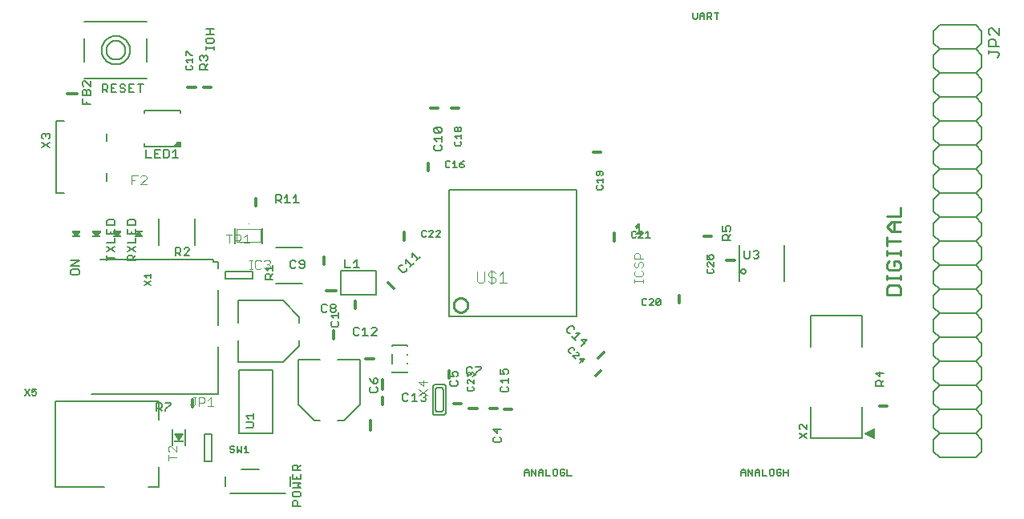
<source format=gbr>
G04 EAGLE Gerber RS-274X export*
G75*
%MOMM*%
%FSLAX34Y34*%
%LPD*%
%INSilkscreen Top*%
%IPPOS*%
%AMOC8*
5,1,8,0,0,1.08239X$1,22.5*%
G01*
%ADD10C,0.152400*%
%ADD11C,0.203200*%
%ADD12C,0.254000*%
%ADD13C,0.101600*%
%ADD14C,0.304800*%
%ADD15R,0.889000X0.190500*%
%ADD16R,1.000000X0.200000*%
%ADD17C,0.177800*%
%ADD18C,0.127000*%
%ADD19C,0.076200*%
%ADD20C,0.010000*%
%ADD21C,0.075000*%

G36*
X864261Y82966D02*
X864261Y82966D01*
X864361Y82969D01*
X864372Y82974D01*
X864385Y82975D01*
X864476Y83016D01*
X864568Y83054D01*
X864578Y83062D01*
X864590Y83068D01*
X864661Y83138D01*
X864734Y83205D01*
X864740Y83217D01*
X864749Y83226D01*
X864791Y83316D01*
X864837Y83405D01*
X864839Y83419D01*
X864844Y83429D01*
X864847Y83476D01*
X864864Y83590D01*
X864864Y93590D01*
X864847Y93688D01*
X864833Y93787D01*
X864827Y93798D01*
X864825Y93811D01*
X864774Y93897D01*
X864727Y93984D01*
X864717Y93993D01*
X864710Y94004D01*
X864633Y94067D01*
X864558Y94133D01*
X864546Y94137D01*
X864536Y94145D01*
X864442Y94177D01*
X864349Y94213D01*
X864336Y94213D01*
X864324Y94217D01*
X864225Y94214D01*
X864125Y94215D01*
X864111Y94211D01*
X864099Y94211D01*
X864056Y94193D01*
X863946Y94157D01*
X853946Y89157D01*
X853911Y89131D01*
X853870Y89112D01*
X853821Y89064D01*
X853767Y89023D01*
X853743Y88986D01*
X853711Y88954D01*
X853682Y88892D01*
X853645Y88835D01*
X853635Y88791D01*
X853616Y88751D01*
X853611Y88683D01*
X853596Y88616D01*
X853602Y88571D01*
X853599Y88527D01*
X853618Y88461D01*
X853627Y88393D01*
X853648Y88354D01*
X853660Y88311D01*
X853701Y88256D01*
X853733Y88196D01*
X853767Y88166D01*
X853793Y88130D01*
X853864Y88081D01*
X853902Y88047D01*
X853923Y88039D01*
X853946Y88023D01*
X863946Y83023D01*
X864042Y82995D01*
X864136Y82963D01*
X864149Y82963D01*
X864162Y82959D01*
X864261Y82966D01*
G37*
G36*
X64809Y296420D02*
X64809Y296420D01*
X64814Y296420D01*
X64930Y296446D01*
X65046Y296471D01*
X65050Y296473D01*
X65054Y296474D01*
X65156Y296535D01*
X65258Y296596D01*
X65261Y296599D01*
X65264Y296601D01*
X65379Y296723D01*
X69189Y301803D01*
X69197Y301819D01*
X69210Y301832D01*
X69254Y301928D01*
X69303Y302021D01*
X69306Y302039D01*
X69313Y302055D01*
X69325Y302160D01*
X69341Y302264D01*
X69338Y302282D01*
X69340Y302299D01*
X69318Y302402D01*
X69300Y302507D01*
X69292Y302522D01*
X69288Y302540D01*
X69234Y302630D01*
X69184Y302724D01*
X69171Y302736D01*
X69162Y302751D01*
X69082Y302820D01*
X69005Y302892D01*
X68988Y302899D01*
X68975Y302911D01*
X68877Y302950D01*
X68781Y302994D01*
X68763Y302996D01*
X68747Y303003D01*
X68580Y303021D01*
X60960Y303021D01*
X60942Y303018D01*
X60925Y303020D01*
X60821Y302999D01*
X60717Y302982D01*
X60702Y302973D01*
X60684Y302970D01*
X60593Y302916D01*
X60500Y302866D01*
X60488Y302854D01*
X60472Y302845D01*
X60403Y302765D01*
X60331Y302688D01*
X60323Y302672D01*
X60311Y302658D01*
X60271Y302561D01*
X60227Y302465D01*
X60225Y302447D01*
X60218Y302431D01*
X60211Y302325D01*
X60200Y302221D01*
X60204Y302203D01*
X60202Y302185D01*
X60230Y302083D01*
X60252Y301980D01*
X60261Y301965D01*
X60266Y301948D01*
X60351Y301803D01*
X64161Y296723D01*
X64164Y296720D01*
X64166Y296717D01*
X64253Y296635D01*
X64338Y296553D01*
X64342Y296551D01*
X64345Y296548D01*
X64454Y296498D01*
X64561Y296448D01*
X64565Y296448D01*
X64569Y296446D01*
X64687Y296433D01*
X64805Y296420D01*
X64809Y296420D01*
G37*
G36*
X43219Y296420D02*
X43219Y296420D01*
X43224Y296420D01*
X43340Y296446D01*
X43456Y296471D01*
X43460Y296473D01*
X43464Y296474D01*
X43566Y296535D01*
X43668Y296596D01*
X43671Y296599D01*
X43674Y296601D01*
X43789Y296723D01*
X47599Y301803D01*
X47607Y301819D01*
X47620Y301832D01*
X47664Y301928D01*
X47713Y302021D01*
X47716Y302039D01*
X47723Y302055D01*
X47735Y302160D01*
X47751Y302264D01*
X47748Y302282D01*
X47750Y302299D01*
X47728Y302402D01*
X47710Y302507D01*
X47702Y302522D01*
X47698Y302540D01*
X47644Y302630D01*
X47594Y302724D01*
X47581Y302736D01*
X47572Y302751D01*
X47492Y302820D01*
X47415Y302892D01*
X47398Y302899D01*
X47385Y302911D01*
X47287Y302950D01*
X47191Y302994D01*
X47173Y302996D01*
X47157Y303003D01*
X46990Y303021D01*
X39370Y303021D01*
X39352Y303018D01*
X39335Y303020D01*
X39231Y302999D01*
X39127Y302982D01*
X39112Y302973D01*
X39094Y302970D01*
X39003Y302916D01*
X38910Y302866D01*
X38898Y302854D01*
X38882Y302845D01*
X38813Y302765D01*
X38741Y302688D01*
X38733Y302672D01*
X38721Y302658D01*
X38681Y302561D01*
X38637Y302465D01*
X38635Y302447D01*
X38628Y302431D01*
X38621Y302325D01*
X38610Y302221D01*
X38614Y302203D01*
X38612Y302185D01*
X38640Y302083D01*
X38662Y301980D01*
X38671Y301965D01*
X38676Y301948D01*
X38761Y301803D01*
X42571Y296723D01*
X42574Y296720D01*
X42576Y296717D01*
X42663Y296635D01*
X42748Y296553D01*
X42752Y296551D01*
X42755Y296548D01*
X42864Y296498D01*
X42971Y296448D01*
X42975Y296448D01*
X42979Y296446D01*
X43097Y296433D01*
X43215Y296420D01*
X43219Y296420D01*
G37*
G36*
X21629Y296420D02*
X21629Y296420D01*
X21634Y296420D01*
X21750Y296446D01*
X21866Y296471D01*
X21870Y296473D01*
X21874Y296474D01*
X21976Y296535D01*
X22078Y296596D01*
X22081Y296599D01*
X22084Y296601D01*
X22199Y296723D01*
X26009Y301803D01*
X26017Y301819D01*
X26030Y301832D01*
X26074Y301928D01*
X26123Y302021D01*
X26126Y302039D01*
X26133Y302055D01*
X26145Y302160D01*
X26161Y302264D01*
X26158Y302282D01*
X26160Y302299D01*
X26138Y302402D01*
X26120Y302507D01*
X26112Y302522D01*
X26108Y302540D01*
X26054Y302630D01*
X26004Y302724D01*
X25991Y302736D01*
X25982Y302751D01*
X25902Y302820D01*
X25825Y302892D01*
X25808Y302899D01*
X25795Y302911D01*
X25697Y302950D01*
X25601Y302994D01*
X25583Y302996D01*
X25567Y303003D01*
X25400Y303021D01*
X17780Y303021D01*
X17762Y303018D01*
X17745Y303020D01*
X17641Y302999D01*
X17537Y302982D01*
X17522Y302973D01*
X17504Y302970D01*
X17413Y302916D01*
X17320Y302866D01*
X17308Y302854D01*
X17292Y302845D01*
X17223Y302765D01*
X17151Y302688D01*
X17143Y302672D01*
X17131Y302658D01*
X17091Y302561D01*
X17047Y302465D01*
X17045Y302447D01*
X17038Y302431D01*
X17031Y302325D01*
X17020Y302221D01*
X17024Y302203D01*
X17022Y302185D01*
X17050Y302083D01*
X17072Y301980D01*
X17081Y301965D01*
X17086Y301948D01*
X17171Y301803D01*
X20981Y296723D01*
X20984Y296720D01*
X20986Y296717D01*
X21073Y296635D01*
X21158Y296553D01*
X21162Y296551D01*
X21165Y296548D01*
X21274Y296498D01*
X21381Y296448D01*
X21385Y296448D01*
X21389Y296446D01*
X21507Y296433D01*
X21625Y296420D01*
X21629Y296420D01*
G37*
G36*
X91458Y296422D02*
X91458Y296422D01*
X91475Y296420D01*
X91579Y296441D01*
X91683Y296459D01*
X91698Y296467D01*
X91716Y296471D01*
X91807Y296524D01*
X91900Y296574D01*
X91912Y296586D01*
X91928Y296596D01*
X91997Y296675D01*
X92070Y296752D01*
X92077Y296768D01*
X92089Y296782D01*
X92129Y296879D01*
X92173Y296975D01*
X92175Y296993D01*
X92182Y297009D01*
X92189Y297115D01*
X92200Y297219D01*
X92196Y297237D01*
X92198Y297255D01*
X92170Y297357D01*
X92148Y297460D01*
X92139Y297475D01*
X92134Y297492D01*
X92049Y297637D01*
X88239Y302717D01*
X88236Y302720D01*
X88234Y302724D01*
X88147Y302805D01*
X88062Y302887D01*
X88058Y302889D01*
X88055Y302892D01*
X87946Y302942D01*
X87839Y302992D01*
X87835Y302992D01*
X87831Y302994D01*
X87713Y303007D01*
X87595Y303020D01*
X87591Y303020D01*
X87586Y303020D01*
X87470Y302994D01*
X87354Y302970D01*
X87350Y302967D01*
X87346Y302966D01*
X87244Y302905D01*
X87142Y302845D01*
X87139Y302841D01*
X87136Y302839D01*
X87021Y302717D01*
X83211Y297637D01*
X83203Y297621D01*
X83191Y297608D01*
X83146Y297512D01*
X83097Y297419D01*
X83094Y297401D01*
X83087Y297385D01*
X83075Y297280D01*
X83059Y297176D01*
X83062Y297158D01*
X83060Y297141D01*
X83082Y297038D01*
X83100Y296933D01*
X83108Y296918D01*
X83112Y296900D01*
X83166Y296810D01*
X83216Y296717D01*
X83229Y296704D01*
X83238Y296689D01*
X83318Y296620D01*
X83395Y296548D01*
X83412Y296541D01*
X83425Y296529D01*
X83523Y296490D01*
X83619Y296446D01*
X83637Y296444D01*
X83653Y296437D01*
X83820Y296419D01*
X91440Y296419D01*
X91458Y296422D01*
G37*
G36*
X132145Y391807D02*
X132145Y391807D01*
X132211Y391809D01*
X132254Y391827D01*
X132301Y391835D01*
X132358Y391869D01*
X132418Y391894D01*
X132453Y391925D01*
X132494Y391950D01*
X132536Y392001D01*
X132584Y392045D01*
X132606Y392087D01*
X132635Y392124D01*
X132656Y392186D01*
X132687Y392245D01*
X132695Y392299D01*
X132707Y392336D01*
X132706Y392376D01*
X132714Y392430D01*
X132714Y396240D01*
X132703Y396305D01*
X132701Y396371D01*
X132683Y396414D01*
X132675Y396461D01*
X132641Y396518D01*
X132616Y396578D01*
X132585Y396613D01*
X132560Y396654D01*
X132509Y396696D01*
X132465Y396744D01*
X132423Y396766D01*
X132386Y396795D01*
X132324Y396816D01*
X132265Y396847D01*
X132211Y396855D01*
X132174Y396867D01*
X132134Y396866D01*
X132080Y396874D01*
X128270Y396874D01*
X128228Y396867D01*
X128186Y396869D01*
X128119Y396847D01*
X128049Y396835D01*
X128013Y396813D01*
X127972Y396800D01*
X127899Y396746D01*
X127856Y396720D01*
X127853Y396717D01*
X127851Y396716D01*
X127841Y396703D01*
X127822Y396688D01*
X124012Y392878D01*
X123961Y392805D01*
X123905Y392736D01*
X123897Y392714D01*
X123883Y392694D01*
X123861Y392608D01*
X123833Y392524D01*
X123833Y392500D01*
X123828Y392477D01*
X123837Y392388D01*
X123839Y392299D01*
X123848Y392277D01*
X123851Y392254D01*
X123890Y392174D01*
X123924Y392092D01*
X123940Y392074D01*
X123950Y392053D01*
X124015Y391992D01*
X124075Y391926D01*
X124096Y391915D01*
X124113Y391899D01*
X124195Y391864D01*
X124275Y391823D01*
X124301Y391820D01*
X124320Y391811D01*
X124370Y391809D01*
X124460Y391796D01*
X132080Y391796D01*
X132145Y391807D01*
G37*
G36*
X130164Y82831D02*
X130164Y82831D01*
X130191Y82831D01*
X130302Y82863D01*
X130415Y82889D01*
X130438Y82902D01*
X130464Y82910D01*
X130562Y82972D01*
X130663Y83028D01*
X130679Y83046D01*
X130704Y83061D01*
X130889Y83269D01*
X130893Y83273D01*
X132893Y86273D01*
X132924Y86337D01*
X132964Y86397D01*
X132985Y86465D01*
X133016Y86529D01*
X133028Y86600D01*
X133049Y86668D01*
X133051Y86739D01*
X133063Y86810D01*
X133055Y86881D01*
X133057Y86952D01*
X133039Y87021D01*
X133030Y87092D01*
X133003Y87158D01*
X132985Y87227D01*
X132948Y87288D01*
X132921Y87354D01*
X132876Y87410D01*
X132840Y87472D01*
X132788Y87521D01*
X132743Y87576D01*
X132685Y87617D01*
X132632Y87666D01*
X132569Y87699D01*
X132511Y87740D01*
X132443Y87763D01*
X132379Y87796D01*
X132320Y87806D01*
X132242Y87833D01*
X132123Y87839D01*
X132048Y87851D01*
X128048Y87851D01*
X127977Y87841D01*
X127905Y87841D01*
X127837Y87821D01*
X127767Y87811D01*
X127701Y87782D01*
X127632Y87762D01*
X127572Y87724D01*
X127507Y87695D01*
X127452Y87649D01*
X127392Y87611D01*
X127344Y87558D01*
X127290Y87512D01*
X127250Y87452D01*
X127203Y87398D01*
X127172Y87334D01*
X127133Y87275D01*
X127111Y87207D01*
X127080Y87142D01*
X127068Y87072D01*
X127047Y87004D01*
X127045Y86932D01*
X127033Y86862D01*
X127041Y86791D01*
X127039Y86720D01*
X127058Y86650D01*
X127066Y86579D01*
X127091Y86524D01*
X127111Y86445D01*
X127172Y86342D01*
X127203Y86273D01*
X129203Y83273D01*
X129280Y83186D01*
X129353Y83096D01*
X129375Y83081D01*
X129393Y83061D01*
X129490Y82999D01*
X129585Y82932D01*
X129611Y82924D01*
X129633Y82909D01*
X129744Y82877D01*
X129854Y82839D01*
X129881Y82838D01*
X129906Y82831D01*
X130022Y82831D01*
X130138Y82825D01*
X130164Y82831D01*
G37*
D10*
X613226Y305968D02*
X616107Y308849D01*
X616107Y300206D01*
X613226Y300206D02*
X618988Y300206D01*
D11*
X612228Y307192D02*
X615787Y310751D01*
X615787Y300074D01*
X612228Y300074D02*
X619346Y300074D01*
D12*
X877994Y235680D02*
X892230Y235680D01*
X892230Y242798D01*
X889857Y245171D01*
X880367Y245171D01*
X877994Y242798D01*
X877994Y235680D01*
X892230Y251116D02*
X892230Y255861D01*
X892230Y253489D02*
X877994Y253489D01*
X877994Y255861D02*
X877994Y251116D01*
X877994Y268525D02*
X880367Y270898D01*
X877994Y268525D02*
X877994Y263779D01*
X880367Y261407D01*
X889857Y261407D01*
X892230Y263779D01*
X892230Y268525D01*
X889857Y270898D01*
X885112Y270898D01*
X885112Y266152D01*
X892230Y276843D02*
X892230Y281588D01*
X892230Y279216D02*
X877994Y279216D01*
X877994Y281588D02*
X877994Y276843D01*
X877994Y291879D02*
X892230Y291879D01*
X877994Y287134D02*
X877994Y296624D01*
X882739Y302570D02*
X892230Y302570D01*
X882739Y302570D02*
X877994Y307315D01*
X882739Y312060D01*
X892230Y312060D01*
X885112Y312060D02*
X885112Y302570D01*
X877994Y318006D02*
X892230Y318006D01*
X892230Y327496D01*
D13*
X619892Y251579D02*
X619892Y248528D01*
X619892Y250053D02*
X610740Y250053D01*
X610740Y248528D02*
X610740Y251579D01*
X610740Y259341D02*
X612266Y260866D01*
X610740Y259341D02*
X610740Y256290D01*
X612266Y254765D01*
X618367Y254765D01*
X619892Y256290D01*
X619892Y259341D01*
X618367Y260866D01*
X610740Y268696D02*
X612266Y270221D01*
X610740Y268696D02*
X610740Y265645D01*
X612266Y264120D01*
X613791Y264120D01*
X615316Y265645D01*
X615316Y268696D01*
X616841Y270221D01*
X618367Y270221D01*
X619892Y268696D01*
X619892Y265645D01*
X618367Y264120D01*
X619892Y273475D02*
X610740Y273475D01*
X610740Y278051D01*
X612266Y279576D01*
X615316Y279576D01*
X616841Y278051D01*
X616841Y273475D01*
D14*
X332740Y102870D02*
X332740Y92710D01*
D11*
X192290Y206096D02*
X192290Y229096D01*
X240290Y229096D01*
X257290Y212096D01*
X257290Y206096D01*
X257290Y187096D02*
X257290Y181096D01*
X240290Y164096D01*
X192290Y164096D01*
X192290Y187096D01*
X298044Y167120D02*
X321044Y167120D01*
X321044Y119120D01*
X304044Y102120D01*
X298044Y102120D01*
X279044Y102120D02*
X273044Y102120D01*
X256044Y119120D01*
X256044Y167120D01*
X279044Y167120D01*
D15*
X21590Y297363D03*
D10*
X15995Y260693D02*
X15995Y257812D01*
X17435Y256372D01*
X23197Y256372D01*
X24638Y257812D01*
X24638Y260693D01*
X23197Y262134D01*
X17435Y262134D01*
X15995Y260693D01*
X15995Y265727D02*
X24638Y265727D01*
X24638Y271489D02*
X15995Y265727D01*
X15995Y271489D02*
X24638Y271489D01*
D11*
X123048Y93566D02*
X123048Y76106D01*
X137048Y76106D02*
X137048Y93566D01*
X126048Y87836D02*
X130048Y81836D01*
X126048Y87836D02*
X134048Y87836D01*
X130048Y81836D01*
D16*
X130048Y80836D03*
D15*
X87630Y302078D03*
D14*
X345440Y146050D02*
X345440Y135890D01*
D10*
X355120Y181860D02*
X371320Y181860D01*
X371320Y153420D02*
X355120Y153420D01*
X355120Y162420D02*
X355120Y172860D01*
X371320Y163360D02*
X371320Y162420D01*
X371320Y171920D02*
X371320Y172860D01*
X371320Y154360D02*
X371320Y153420D01*
X371320Y180920D02*
X371320Y181860D01*
X355120Y181860D02*
X355120Y180920D01*
X355120Y154360D02*
X355120Y153420D01*
D11*
X229328Y88674D02*
X193328Y88674D01*
X193328Y155674D02*
X229328Y155674D01*
X193328Y155674D02*
X193328Y88674D01*
X229328Y89394D02*
X229328Y129414D01*
X229328Y130174D02*
X229328Y154954D01*
D17*
X207771Y95123D02*
X200780Y95123D01*
X207771Y95123D02*
X209169Y96521D01*
X209169Y99318D01*
X207771Y100716D01*
X200780Y100716D01*
X203576Y104478D02*
X200780Y107275D01*
X209169Y107275D01*
X209169Y110071D02*
X209169Y104478D01*
D14*
X293370Y189040D02*
X293370Y197040D01*
D17*
X318774Y201048D02*
X320172Y199650D01*
X318774Y201048D02*
X315977Y201048D01*
X314579Y199650D01*
X314579Y194057D01*
X315977Y192659D01*
X318774Y192659D01*
X320172Y194057D01*
X323934Y198252D02*
X326731Y201048D01*
X326731Y192659D01*
X329527Y192659D02*
X323934Y192659D01*
X333289Y192659D02*
X338882Y192659D01*
X333289Y192659D02*
X338882Y198252D01*
X338882Y199650D01*
X337484Y201048D01*
X334688Y201048D01*
X333289Y199650D01*
D14*
X345440Y127190D02*
X345440Y119190D01*
D17*
X370844Y131198D02*
X372242Y129800D01*
X370844Y131198D02*
X368047Y131198D01*
X366649Y129800D01*
X366649Y124207D01*
X368047Y122809D01*
X370844Y122809D01*
X372242Y124207D01*
X376004Y128402D02*
X378801Y131198D01*
X378801Y122809D01*
X381597Y122809D02*
X376004Y122809D01*
X385359Y129800D02*
X386758Y131198D01*
X389554Y131198D01*
X390952Y129800D01*
X390952Y128402D01*
X389554Y127004D01*
X388156Y127004D01*
X389554Y127004D02*
X390952Y125605D01*
X390952Y124207D01*
X389554Y122809D01*
X386758Y122809D01*
X385359Y124207D01*
D10*
X157480Y88392D02*
X157480Y59436D01*
X157480Y88392D02*
X165100Y88392D01*
X165100Y59436D01*
X157480Y59436D01*
D13*
X127762Y63249D02*
X118610Y63249D01*
X118610Y66299D02*
X118610Y60198D01*
X127762Y69553D02*
X127762Y75654D01*
X127762Y69553D02*
X121661Y75654D01*
X120136Y75654D01*
X118610Y74129D01*
X118610Y71078D01*
X120136Y69553D01*
D14*
X144780Y116650D02*
X144780Y124650D01*
D17*
X106639Y121038D02*
X106639Y112649D01*
X106639Y121038D02*
X110833Y121038D01*
X112231Y119640D01*
X112231Y116844D01*
X110833Y115445D01*
X106639Y115445D01*
X109435Y115445D02*
X112231Y112649D01*
X115994Y121038D02*
X121587Y121038D01*
X121587Y119640D01*
X115994Y114047D01*
X115994Y112649D01*
D18*
X54180Y398000D02*
X54180Y406000D01*
X54180Y364000D02*
X54180Y356000D01*
X9180Y419000D02*
X180Y419000D01*
X180Y343000D01*
X9180Y343000D01*
D17*
X-14458Y390959D02*
X-6069Y396551D01*
X-6069Y390959D02*
X-14458Y396551D01*
X-13060Y400314D02*
X-14458Y401712D01*
X-14458Y404508D01*
X-13060Y405907D01*
X-11662Y405907D01*
X-10264Y404508D01*
X-10264Y403110D01*
X-10264Y404508D02*
X-8865Y405907D01*
X-7467Y405907D01*
X-6069Y404508D01*
X-6069Y401712D01*
X-7467Y400314D01*
D15*
X43180Y297363D03*
D17*
X54222Y274409D02*
X62611Y274409D01*
X54222Y271613D02*
X54222Y277206D01*
X54222Y280968D02*
X62611Y286561D01*
X62611Y280968D02*
X54222Y286561D01*
X54222Y290323D02*
X62611Y290323D01*
X62611Y295916D01*
X54222Y299679D02*
X54222Y305271D01*
X54222Y299679D02*
X62611Y299679D01*
X62611Y305271D01*
X58416Y302475D02*
X58416Y299679D01*
X54222Y309034D02*
X62611Y309034D01*
X62611Y313228D01*
X61213Y314627D01*
X55620Y314627D01*
X54222Y313228D01*
X54222Y309034D01*
D15*
X64770Y297363D03*
D17*
X75812Y271613D02*
X84201Y271613D01*
X75812Y271613D02*
X75812Y275808D01*
X77210Y277206D01*
X80006Y277206D01*
X81405Y275808D01*
X81405Y271613D01*
X81405Y274409D02*
X84201Y277206D01*
X75812Y280968D02*
X84201Y286561D01*
X84201Y280968D02*
X75812Y286561D01*
X75812Y290323D02*
X84201Y290323D01*
X84201Y295916D01*
X75812Y299679D02*
X75812Y305271D01*
X75812Y299679D02*
X84201Y299679D01*
X84201Y305271D01*
X80006Y302475D02*
X80006Y299679D01*
X75812Y309034D02*
X84201Y309034D01*
X84201Y313228D01*
X82803Y314627D01*
X77210Y314627D01*
X75812Y313228D01*
X75812Y309034D01*
D19*
X80391Y352171D02*
X80391Y361577D01*
X86662Y361577D01*
X83526Y356874D02*
X80391Y356874D01*
X89746Y352171D02*
X96017Y352171D01*
X89746Y352171D02*
X96017Y358442D01*
X96017Y360009D01*
X94449Y361577D01*
X91314Y361577D01*
X89746Y360009D01*
D11*
X96500Y464030D02*
X30500Y464030D01*
X30500Y524030D02*
X96500Y524030D01*
X96500Y506030D02*
X96500Y482030D01*
X30500Y482030D02*
X30500Y506030D01*
X48467Y494030D02*
X48472Y494399D01*
X48485Y494768D01*
X48508Y495136D01*
X48539Y495503D01*
X48580Y495870D01*
X48630Y496236D01*
X48688Y496600D01*
X48756Y496963D01*
X48832Y497324D01*
X48918Y497683D01*
X49012Y498039D01*
X49114Y498394D01*
X49226Y498746D01*
X49346Y499094D01*
X49474Y499440D01*
X49611Y499783D01*
X49757Y500122D01*
X49910Y500457D01*
X50072Y500789D01*
X50242Y501117D01*
X50420Y501440D01*
X50606Y501759D01*
X50799Y502073D01*
X51001Y502382D01*
X51209Y502686D01*
X51425Y502985D01*
X51649Y503279D01*
X51879Y503567D01*
X52117Y503849D01*
X52361Y504126D01*
X52612Y504396D01*
X52870Y504660D01*
X53134Y504918D01*
X53404Y505169D01*
X53681Y505413D01*
X53963Y505651D01*
X54251Y505881D01*
X54545Y506105D01*
X54844Y506321D01*
X55148Y506529D01*
X55457Y506731D01*
X55771Y506924D01*
X56090Y507110D01*
X56413Y507288D01*
X56741Y507458D01*
X57073Y507620D01*
X57408Y507773D01*
X57747Y507919D01*
X58090Y508056D01*
X58436Y508184D01*
X58784Y508304D01*
X59136Y508416D01*
X59491Y508518D01*
X59847Y508612D01*
X60206Y508698D01*
X60567Y508774D01*
X60930Y508842D01*
X61294Y508900D01*
X61660Y508950D01*
X62027Y508991D01*
X62394Y509022D01*
X62762Y509045D01*
X63131Y509058D01*
X63500Y509063D01*
X63869Y509058D01*
X64238Y509045D01*
X64606Y509022D01*
X64973Y508991D01*
X65340Y508950D01*
X65706Y508900D01*
X66070Y508842D01*
X66433Y508774D01*
X66794Y508698D01*
X67153Y508612D01*
X67509Y508518D01*
X67864Y508416D01*
X68216Y508304D01*
X68564Y508184D01*
X68910Y508056D01*
X69253Y507919D01*
X69592Y507773D01*
X69927Y507620D01*
X70259Y507458D01*
X70587Y507288D01*
X70910Y507110D01*
X71229Y506924D01*
X71543Y506731D01*
X71852Y506529D01*
X72156Y506321D01*
X72455Y506105D01*
X72749Y505881D01*
X73037Y505651D01*
X73319Y505413D01*
X73596Y505169D01*
X73866Y504918D01*
X74130Y504660D01*
X74388Y504396D01*
X74639Y504126D01*
X74883Y503849D01*
X75121Y503567D01*
X75351Y503279D01*
X75575Y502985D01*
X75791Y502686D01*
X75999Y502382D01*
X76201Y502073D01*
X76394Y501759D01*
X76580Y501440D01*
X76758Y501117D01*
X76928Y500789D01*
X77090Y500457D01*
X77243Y500122D01*
X77389Y499783D01*
X77526Y499440D01*
X77654Y499094D01*
X77774Y498746D01*
X77886Y498394D01*
X77988Y498039D01*
X78082Y497683D01*
X78168Y497324D01*
X78244Y496963D01*
X78312Y496600D01*
X78370Y496236D01*
X78420Y495870D01*
X78461Y495503D01*
X78492Y495136D01*
X78515Y494768D01*
X78528Y494399D01*
X78533Y494030D01*
X78528Y493661D01*
X78515Y493292D01*
X78492Y492924D01*
X78461Y492557D01*
X78420Y492190D01*
X78370Y491824D01*
X78312Y491460D01*
X78244Y491097D01*
X78168Y490736D01*
X78082Y490377D01*
X77988Y490021D01*
X77886Y489666D01*
X77774Y489314D01*
X77654Y488966D01*
X77526Y488620D01*
X77389Y488277D01*
X77243Y487938D01*
X77090Y487603D01*
X76928Y487271D01*
X76758Y486943D01*
X76580Y486620D01*
X76394Y486301D01*
X76201Y485987D01*
X75999Y485678D01*
X75791Y485374D01*
X75575Y485075D01*
X75351Y484781D01*
X75121Y484493D01*
X74883Y484211D01*
X74639Y483934D01*
X74388Y483664D01*
X74130Y483400D01*
X73866Y483142D01*
X73596Y482891D01*
X73319Y482647D01*
X73037Y482409D01*
X72749Y482179D01*
X72455Y481955D01*
X72156Y481739D01*
X71852Y481531D01*
X71543Y481329D01*
X71229Y481136D01*
X70910Y480950D01*
X70587Y480772D01*
X70259Y480602D01*
X69927Y480440D01*
X69592Y480287D01*
X69253Y480141D01*
X68910Y480004D01*
X68564Y479876D01*
X68216Y479756D01*
X67864Y479644D01*
X67509Y479542D01*
X67153Y479448D01*
X66794Y479362D01*
X66433Y479286D01*
X66070Y479218D01*
X65706Y479160D01*
X65340Y479110D01*
X64973Y479069D01*
X64606Y479038D01*
X64238Y479015D01*
X63869Y479002D01*
X63500Y478997D01*
X63131Y479002D01*
X62762Y479015D01*
X62394Y479038D01*
X62027Y479069D01*
X61660Y479110D01*
X61294Y479160D01*
X60930Y479218D01*
X60567Y479286D01*
X60206Y479362D01*
X59847Y479448D01*
X59491Y479542D01*
X59136Y479644D01*
X58784Y479756D01*
X58436Y479876D01*
X58090Y480004D01*
X57747Y480141D01*
X57408Y480287D01*
X57073Y480440D01*
X56741Y480602D01*
X56413Y480772D01*
X56090Y480950D01*
X55771Y481136D01*
X55457Y481329D01*
X55148Y481531D01*
X54844Y481739D01*
X54545Y481955D01*
X54251Y482179D01*
X53963Y482409D01*
X53681Y482647D01*
X53404Y482891D01*
X53134Y483142D01*
X52870Y483400D01*
X52612Y483664D01*
X52361Y483934D01*
X52117Y484211D01*
X51879Y484493D01*
X51649Y484781D01*
X51425Y485075D01*
X51209Y485374D01*
X51001Y485678D01*
X50799Y485987D01*
X50606Y486301D01*
X50420Y486620D01*
X50242Y486943D01*
X50072Y487271D01*
X49910Y487603D01*
X49757Y487938D01*
X49611Y488277D01*
X49474Y488620D01*
X49346Y488966D01*
X49226Y489314D01*
X49114Y489666D01*
X49012Y490021D01*
X48918Y490377D01*
X48832Y490736D01*
X48756Y491097D01*
X48688Y491460D01*
X48630Y491824D01*
X48580Y492190D01*
X48539Y492557D01*
X48508Y492924D01*
X48485Y493292D01*
X48472Y493661D01*
X48467Y494030D01*
X53500Y494030D02*
X53503Y494275D01*
X53512Y494521D01*
X53527Y494766D01*
X53548Y495010D01*
X53575Y495254D01*
X53608Y495497D01*
X53647Y495740D01*
X53692Y495981D01*
X53743Y496221D01*
X53800Y496460D01*
X53862Y496697D01*
X53931Y496933D01*
X54005Y497167D01*
X54085Y497399D01*
X54170Y497629D01*
X54261Y497857D01*
X54358Y498082D01*
X54460Y498306D01*
X54568Y498526D01*
X54681Y498744D01*
X54799Y498959D01*
X54923Y499171D01*
X55051Y499380D01*
X55185Y499586D01*
X55324Y499788D01*
X55468Y499987D01*
X55617Y500182D01*
X55770Y500374D01*
X55928Y500562D01*
X56090Y500746D01*
X56258Y500925D01*
X56429Y501101D01*
X56605Y501272D01*
X56784Y501440D01*
X56968Y501602D01*
X57156Y501760D01*
X57348Y501913D01*
X57543Y502062D01*
X57742Y502206D01*
X57944Y502345D01*
X58150Y502479D01*
X58359Y502607D01*
X58571Y502731D01*
X58786Y502849D01*
X59004Y502962D01*
X59224Y503070D01*
X59448Y503172D01*
X59673Y503269D01*
X59901Y503360D01*
X60131Y503445D01*
X60363Y503525D01*
X60597Y503599D01*
X60833Y503668D01*
X61070Y503730D01*
X61309Y503787D01*
X61549Y503838D01*
X61790Y503883D01*
X62033Y503922D01*
X62276Y503955D01*
X62520Y503982D01*
X62764Y504003D01*
X63009Y504018D01*
X63255Y504027D01*
X63500Y504030D01*
X63745Y504027D01*
X63991Y504018D01*
X64236Y504003D01*
X64480Y503982D01*
X64724Y503955D01*
X64967Y503922D01*
X65210Y503883D01*
X65451Y503838D01*
X65691Y503787D01*
X65930Y503730D01*
X66167Y503668D01*
X66403Y503599D01*
X66637Y503525D01*
X66869Y503445D01*
X67099Y503360D01*
X67327Y503269D01*
X67552Y503172D01*
X67776Y503070D01*
X67996Y502962D01*
X68214Y502849D01*
X68429Y502731D01*
X68641Y502607D01*
X68850Y502479D01*
X69056Y502345D01*
X69258Y502206D01*
X69457Y502062D01*
X69652Y501913D01*
X69844Y501760D01*
X70032Y501602D01*
X70216Y501440D01*
X70395Y501272D01*
X70571Y501101D01*
X70742Y500925D01*
X70910Y500746D01*
X71072Y500562D01*
X71230Y500374D01*
X71383Y500182D01*
X71532Y499987D01*
X71676Y499788D01*
X71815Y499586D01*
X71949Y499380D01*
X72077Y499171D01*
X72201Y498959D01*
X72319Y498744D01*
X72432Y498526D01*
X72540Y498306D01*
X72642Y498082D01*
X72739Y497857D01*
X72830Y497629D01*
X72915Y497399D01*
X72995Y497167D01*
X73069Y496933D01*
X73138Y496697D01*
X73200Y496460D01*
X73257Y496221D01*
X73308Y495981D01*
X73353Y495740D01*
X73392Y495497D01*
X73425Y495254D01*
X73452Y495010D01*
X73473Y494766D01*
X73488Y494521D01*
X73497Y494275D01*
X73500Y494030D01*
X73497Y493785D01*
X73488Y493539D01*
X73473Y493294D01*
X73452Y493050D01*
X73425Y492806D01*
X73392Y492563D01*
X73353Y492320D01*
X73308Y492079D01*
X73257Y491839D01*
X73200Y491600D01*
X73138Y491363D01*
X73069Y491127D01*
X72995Y490893D01*
X72915Y490661D01*
X72830Y490431D01*
X72739Y490203D01*
X72642Y489978D01*
X72540Y489754D01*
X72432Y489534D01*
X72319Y489316D01*
X72201Y489101D01*
X72077Y488889D01*
X71949Y488680D01*
X71815Y488474D01*
X71676Y488272D01*
X71532Y488073D01*
X71383Y487878D01*
X71230Y487686D01*
X71072Y487498D01*
X70910Y487314D01*
X70742Y487135D01*
X70571Y486959D01*
X70395Y486788D01*
X70216Y486620D01*
X70032Y486458D01*
X69844Y486300D01*
X69652Y486147D01*
X69457Y485998D01*
X69258Y485854D01*
X69056Y485715D01*
X68850Y485581D01*
X68641Y485453D01*
X68429Y485329D01*
X68214Y485211D01*
X67996Y485098D01*
X67776Y484990D01*
X67552Y484888D01*
X67327Y484791D01*
X67099Y484700D01*
X66869Y484615D01*
X66637Y484535D01*
X66403Y484461D01*
X66167Y484392D01*
X65930Y484330D01*
X65691Y484273D01*
X65451Y484222D01*
X65210Y484177D01*
X64967Y484138D01*
X64724Y484105D01*
X64480Y484078D01*
X64236Y484057D01*
X63991Y484042D01*
X63745Y484033D01*
X63500Y484030D01*
X63255Y484033D01*
X63009Y484042D01*
X62764Y484057D01*
X62520Y484078D01*
X62276Y484105D01*
X62033Y484138D01*
X61790Y484177D01*
X61549Y484222D01*
X61309Y484273D01*
X61070Y484330D01*
X60833Y484392D01*
X60597Y484461D01*
X60363Y484535D01*
X60131Y484615D01*
X59901Y484700D01*
X59673Y484791D01*
X59448Y484888D01*
X59224Y484990D01*
X59004Y485098D01*
X58786Y485211D01*
X58571Y485329D01*
X58359Y485453D01*
X58150Y485581D01*
X57944Y485715D01*
X57742Y485854D01*
X57543Y485998D01*
X57348Y486147D01*
X57156Y486300D01*
X56968Y486458D01*
X56784Y486620D01*
X56605Y486788D01*
X56429Y486959D01*
X56258Y487135D01*
X56090Y487314D01*
X55928Y487498D01*
X55770Y487686D01*
X55617Y487878D01*
X55468Y488073D01*
X55324Y488272D01*
X55185Y488474D01*
X55051Y488680D01*
X54923Y488889D01*
X54799Y489101D01*
X54681Y489316D01*
X54568Y489534D01*
X54460Y489754D01*
X54358Y489978D01*
X54261Y490203D01*
X54170Y490431D01*
X54085Y490661D01*
X54005Y490893D01*
X53931Y491127D01*
X53862Y491363D01*
X53800Y491600D01*
X53743Y491839D01*
X53692Y492079D01*
X53647Y492320D01*
X53608Y492563D01*
X53575Y492806D01*
X53548Y493050D01*
X53527Y493294D01*
X53512Y493539D01*
X53503Y493785D01*
X53500Y494030D01*
D17*
X49363Y458148D02*
X49363Y449759D01*
X49363Y458148D02*
X53558Y458148D01*
X54956Y456750D01*
X54956Y453954D01*
X53558Y452555D01*
X49363Y452555D01*
X52159Y452555D02*
X54956Y449759D01*
X58718Y458148D02*
X64311Y458148D01*
X58718Y458148D02*
X58718Y449759D01*
X64311Y449759D01*
X61515Y453954D02*
X58718Y453954D01*
X72268Y458148D02*
X73666Y456750D01*
X72268Y458148D02*
X69472Y458148D01*
X68073Y456750D01*
X68073Y455352D01*
X69472Y453954D01*
X72268Y453954D01*
X73666Y452555D01*
X73666Y451157D01*
X72268Y449759D01*
X69472Y449759D01*
X68073Y451157D01*
X77429Y458148D02*
X83021Y458148D01*
X77429Y458148D02*
X77429Y449759D01*
X83021Y449759D01*
X80225Y453954D02*
X77429Y453954D01*
X89580Y449759D02*
X89580Y458148D01*
X86784Y458148D02*
X92377Y458148D01*
X167071Y494927D02*
X167071Y497723D01*
X167071Y496325D02*
X158682Y496325D01*
X158682Y494927D02*
X158682Y497723D01*
X158682Y502562D02*
X158682Y505358D01*
X158682Y502562D02*
X160080Y501164D01*
X165673Y501164D01*
X167071Y502562D01*
X167071Y505358D01*
X165673Y506757D01*
X160080Y506757D01*
X158682Y505358D01*
X158682Y510519D02*
X167071Y510519D01*
X162876Y510519D02*
X162876Y516112D01*
X158682Y516112D02*
X167071Y516112D01*
X250122Y12327D02*
X258511Y12327D01*
X250122Y12327D02*
X250122Y16522D01*
X251520Y17920D01*
X254316Y17920D01*
X255715Y16522D01*
X255715Y12327D01*
X250122Y23080D02*
X250122Y25877D01*
X250122Y23080D02*
X251520Y21682D01*
X257113Y21682D01*
X258511Y23080D01*
X258511Y25877D01*
X257113Y27275D01*
X251520Y27275D01*
X250122Y25877D01*
X250122Y31037D02*
X258511Y31037D01*
X255715Y33834D01*
X258511Y36630D01*
X250122Y36630D01*
X250122Y40393D02*
X250122Y45985D01*
X250122Y40393D02*
X258511Y40393D01*
X258511Y45985D01*
X254316Y43189D02*
X254316Y40393D01*
X258511Y49748D02*
X250122Y49748D01*
X250122Y53942D01*
X251520Y55341D01*
X254316Y55341D01*
X255715Y53942D01*
X255715Y49748D01*
X255715Y52544D02*
X258511Y55341D01*
D14*
X22860Y448310D02*
X12700Y448310D01*
D17*
X28187Y437008D02*
X36576Y437008D01*
X28187Y437008D02*
X28187Y442601D01*
X32381Y439805D02*
X32381Y437008D01*
X36576Y446364D02*
X28187Y446364D01*
X28187Y450558D01*
X29585Y451956D01*
X30983Y451956D01*
X32381Y450558D01*
X33780Y451956D01*
X35178Y451956D01*
X36576Y450558D01*
X36576Y446364D01*
X32381Y446364D02*
X32381Y450558D01*
X36576Y455719D02*
X36576Y461312D01*
X36576Y455719D02*
X30983Y461312D01*
X29585Y461312D01*
X28187Y459913D01*
X28187Y457117D01*
X29585Y455719D01*
D13*
X141986Y119381D02*
X143511Y117856D01*
X145037Y117856D01*
X146562Y119381D01*
X146562Y127008D01*
X145037Y127008D02*
X148087Y127008D01*
X151341Y127008D02*
X151341Y117856D01*
X151341Y127008D02*
X155917Y127008D01*
X157442Y125483D01*
X157442Y122432D01*
X155917Y120907D01*
X151341Y120907D01*
X160696Y123957D02*
X163747Y127008D01*
X163747Y117856D01*
X160696Y117856D02*
X166798Y117856D01*
D10*
X179324Y260350D02*
X208280Y260350D01*
X208280Y252730D01*
X179324Y252730D01*
X179324Y260350D01*
D13*
X183137Y290068D02*
X183137Y299220D01*
X186187Y299220D02*
X180086Y299220D01*
X189441Y299220D02*
X189441Y290068D01*
X189441Y299220D02*
X194017Y299220D01*
X195542Y297695D01*
X195542Y294644D01*
X194017Y293119D01*
X189441Y293119D01*
X192492Y293119D02*
X195542Y290068D01*
X198796Y296169D02*
X201847Y299220D01*
X201847Y290068D01*
X198796Y290068D02*
X204898Y290068D01*
D14*
X211328Y328994D02*
X211328Y336994D01*
D17*
X232537Y341002D02*
X232537Y332613D01*
X232537Y341002D02*
X236732Y341002D01*
X238130Y339604D01*
X238130Y336808D01*
X236732Y335409D01*
X232537Y335409D01*
X235333Y335409D02*
X238130Y332613D01*
X241892Y338206D02*
X244689Y341002D01*
X244689Y332613D01*
X247485Y332613D02*
X241892Y332613D01*
X251247Y338206D02*
X254044Y341002D01*
X254044Y332613D01*
X256840Y332613D02*
X251247Y332613D01*
D20*
X203708Y310942D02*
X203708Y310842D01*
D18*
X189508Y305942D02*
X189508Y289942D01*
X217908Y289942D02*
X217908Y305942D01*
D21*
X216408Y291442D02*
X190908Y291442D01*
X190908Y304542D01*
X216408Y304542D01*
X216408Y291442D01*
D19*
X207677Y262763D02*
X204542Y262763D01*
X206109Y262763D02*
X206109Y272169D01*
X204542Y272169D02*
X207677Y272169D01*
X215482Y272169D02*
X217049Y270601D01*
X215482Y272169D02*
X212346Y272169D01*
X210779Y270601D01*
X210779Y264331D01*
X212346Y262763D01*
X215482Y262763D01*
X217049Y264331D01*
X220134Y270601D02*
X221701Y272169D01*
X224837Y272169D01*
X226404Y270601D01*
X226404Y269034D01*
X224837Y267466D01*
X223269Y267466D01*
X224837Y267466D02*
X226404Y265898D01*
X226404Y264331D01*
X224837Y262763D01*
X221701Y262763D01*
X220134Y264331D01*
D11*
X109270Y288260D02*
X109270Y316260D01*
X147270Y316260D02*
X147270Y288260D01*
D17*
X126449Y285378D02*
X126449Y276989D01*
X126449Y285378D02*
X130643Y285378D01*
X132041Y283980D01*
X132041Y281184D01*
X130643Y279785D01*
X126449Y279785D01*
X129245Y279785D02*
X132041Y276989D01*
X135804Y276989D02*
X141397Y276989D01*
X135804Y276989D02*
X141397Y282582D01*
X141397Y283980D01*
X139998Y285378D01*
X137202Y285378D01*
X135804Y283980D01*
D11*
X232380Y285700D02*
X260380Y285700D01*
X260380Y247700D02*
X232380Y247700D01*
D17*
X229491Y251589D02*
X221102Y251589D01*
X221102Y255784D01*
X222500Y257182D01*
X225296Y257182D01*
X226695Y255784D01*
X226695Y251589D01*
X226695Y254385D02*
X229491Y257182D01*
X223898Y260944D02*
X221102Y263741D01*
X229491Y263741D01*
X229491Y266537D02*
X229491Y260944D01*
D18*
X797230Y116590D02*
X797230Y83590D01*
X851230Y83590D01*
X851230Y116590D01*
X797230Y180590D02*
X797230Y213590D01*
X851230Y213590D01*
X851230Y180590D01*
D17*
X793341Y89072D02*
X784952Y83479D01*
X784952Y89072D02*
X793341Y83479D01*
X793341Y92834D02*
X793341Y98427D01*
X793341Y92834D02*
X787748Y98427D01*
X786350Y98427D01*
X784952Y97029D01*
X784952Y94232D01*
X786350Y92834D01*
D14*
X869760Y118110D02*
X877760Y118110D01*
D17*
X874141Y139319D02*
X865752Y139319D01*
X865752Y143514D01*
X867150Y144912D01*
X869946Y144912D01*
X871345Y143514D01*
X871345Y139319D01*
X871345Y142115D02*
X874141Y144912D01*
X874141Y152869D02*
X865752Y152869D01*
X869946Y148674D01*
X869946Y154267D01*
D11*
X721490Y250240D02*
X721490Y288240D01*
X769490Y288240D02*
X769490Y250240D01*
X723646Y260350D02*
X723648Y260450D01*
X723654Y260551D01*
X723664Y260650D01*
X723678Y260750D01*
X723695Y260849D01*
X723717Y260947D01*
X723743Y261044D01*
X723772Y261140D01*
X723805Y261234D01*
X723842Y261328D01*
X723882Y261420D01*
X723926Y261510D01*
X723974Y261598D01*
X724025Y261685D01*
X724079Y261769D01*
X724137Y261851D01*
X724198Y261931D01*
X724262Y262008D01*
X724329Y262083D01*
X724399Y262155D01*
X724472Y262224D01*
X724547Y262290D01*
X724625Y262354D01*
X724705Y262414D01*
X724788Y262471D01*
X724873Y262524D01*
X724960Y262574D01*
X725049Y262621D01*
X725139Y262664D01*
X725231Y262704D01*
X725325Y262740D01*
X725420Y262772D01*
X725516Y262800D01*
X725614Y262825D01*
X725712Y262845D01*
X725811Y262862D01*
X725911Y262875D01*
X726010Y262884D01*
X726111Y262889D01*
X726211Y262890D01*
X726311Y262887D01*
X726412Y262880D01*
X726511Y262869D01*
X726611Y262854D01*
X726709Y262836D01*
X726807Y262813D01*
X726904Y262786D01*
X726999Y262756D01*
X727094Y262722D01*
X727187Y262684D01*
X727278Y262643D01*
X727368Y262598D01*
X727456Y262550D01*
X727542Y262498D01*
X727626Y262443D01*
X727707Y262384D01*
X727786Y262322D01*
X727863Y262258D01*
X727937Y262190D01*
X728008Y262119D01*
X728077Y262046D01*
X728142Y261970D01*
X728205Y261891D01*
X728264Y261810D01*
X728320Y261727D01*
X728373Y261642D01*
X728422Y261554D01*
X728468Y261465D01*
X728510Y261374D01*
X728549Y261281D01*
X728584Y261187D01*
X728615Y261092D01*
X728643Y260995D01*
X728666Y260898D01*
X728686Y260799D01*
X728702Y260700D01*
X728714Y260601D01*
X728722Y260500D01*
X728726Y260400D01*
X728726Y260300D01*
X728722Y260200D01*
X728714Y260099D01*
X728702Y260000D01*
X728686Y259901D01*
X728666Y259802D01*
X728643Y259705D01*
X728615Y259608D01*
X728584Y259513D01*
X728549Y259419D01*
X728510Y259326D01*
X728468Y259235D01*
X728422Y259146D01*
X728373Y259058D01*
X728320Y258973D01*
X728264Y258890D01*
X728205Y258809D01*
X728142Y258730D01*
X728077Y258654D01*
X728008Y258581D01*
X727937Y258510D01*
X727863Y258442D01*
X727786Y258378D01*
X727707Y258316D01*
X727626Y258257D01*
X727542Y258202D01*
X727456Y258150D01*
X727368Y258102D01*
X727278Y258057D01*
X727187Y258016D01*
X727094Y257978D01*
X726999Y257944D01*
X726904Y257914D01*
X726807Y257887D01*
X726709Y257864D01*
X726611Y257846D01*
X726511Y257831D01*
X726412Y257820D01*
X726311Y257813D01*
X726211Y257810D01*
X726111Y257811D01*
X726010Y257816D01*
X725911Y257825D01*
X725811Y257838D01*
X725712Y257855D01*
X725614Y257875D01*
X725516Y257900D01*
X725420Y257928D01*
X725325Y257960D01*
X725231Y257996D01*
X725139Y258036D01*
X725049Y258079D01*
X724960Y258126D01*
X724873Y258176D01*
X724788Y258229D01*
X724705Y258286D01*
X724625Y258346D01*
X724547Y258410D01*
X724472Y258476D01*
X724399Y258545D01*
X724329Y258617D01*
X724262Y258692D01*
X724198Y258769D01*
X724137Y258849D01*
X724079Y258931D01*
X724025Y259015D01*
X723974Y259102D01*
X723926Y259190D01*
X723882Y259280D01*
X723842Y259372D01*
X723805Y259466D01*
X723772Y259560D01*
X723743Y259656D01*
X723717Y259753D01*
X723695Y259851D01*
X723678Y259950D01*
X723664Y260050D01*
X723654Y260149D01*
X723648Y260250D01*
X723646Y260350D01*
D17*
X727329Y275337D02*
X727329Y282328D01*
X727329Y275337D02*
X728727Y273939D01*
X731524Y273939D01*
X732922Y275337D01*
X732922Y282328D01*
X736684Y280930D02*
X738082Y282328D01*
X740879Y282328D01*
X742277Y280930D01*
X742277Y279532D01*
X740879Y278134D01*
X739481Y278134D01*
X740879Y278134D02*
X742277Y276735D01*
X742277Y275337D01*
X740879Y273939D01*
X738082Y273939D01*
X736684Y275337D01*
D14*
X716470Y271780D02*
X708470Y271780D01*
D17*
X704462Y292989D02*
X712851Y292989D01*
X704462Y292989D02*
X704462Y297184D01*
X705860Y298582D01*
X708656Y298582D01*
X710055Y297184D01*
X710055Y292989D01*
X710055Y295785D02*
X712851Y298582D01*
X704462Y302344D02*
X704462Y307937D01*
X704462Y302344D02*
X708656Y302344D01*
X707258Y305141D01*
X707258Y306539D01*
X708656Y307937D01*
X711453Y307937D01*
X712851Y306539D01*
X712851Y303742D01*
X711453Y302344D01*
D18*
X132030Y392480D02*
X132030Y395480D01*
X132030Y392480D02*
X94030Y392480D01*
X94030Y395480D01*
X132030Y427480D02*
X132030Y430480D01*
X94030Y430480D01*
X94030Y427480D01*
D17*
X95548Y389008D02*
X95548Y380619D01*
X101141Y380619D01*
X104903Y389008D02*
X110496Y389008D01*
X104903Y389008D02*
X104903Y380619D01*
X110496Y380619D01*
X107700Y384814D02*
X104903Y384814D01*
X114259Y389008D02*
X114259Y380619D01*
X118453Y380619D01*
X119851Y382017D01*
X119851Y387610D01*
X118453Y389008D01*
X114259Y389008D01*
X123614Y386212D02*
X126410Y389008D01*
X126410Y380619D01*
X123614Y380619D02*
X129207Y380619D01*
D14*
X285845Y239786D02*
X296005Y239786D01*
D17*
X291935Y207237D02*
X290537Y205839D01*
X290537Y203042D01*
X291935Y201644D01*
X297528Y201644D01*
X298926Y203042D01*
X298926Y205839D01*
X297528Y207237D01*
X293333Y210999D02*
X290537Y213796D01*
X298926Y213796D01*
X298926Y216592D02*
X298926Y210999D01*
D11*
X301401Y260568D02*
X338231Y260568D01*
X338231Y235168D01*
X301401Y235168D01*
X301401Y260568D01*
D17*
X305465Y263997D02*
X305465Y272386D01*
X305465Y263997D02*
X311057Y263997D01*
X314820Y269590D02*
X317616Y272386D01*
X317616Y263997D01*
X314820Y263997D02*
X320413Y263997D01*
D14*
X283395Y267371D02*
X283395Y275371D01*
D17*
X253386Y270361D02*
X251988Y271759D01*
X249192Y271759D01*
X247794Y270361D01*
X247794Y264768D01*
X249192Y263370D01*
X251988Y263370D01*
X253386Y264768D01*
X257149Y264768D02*
X258547Y263370D01*
X261343Y263370D01*
X262742Y264768D01*
X262742Y270361D01*
X261343Y271759D01*
X258547Y271759D01*
X257149Y270361D01*
X257149Y268962D01*
X258547Y267564D01*
X262742Y267564D01*
D14*
X164174Y454814D02*
X156174Y454814D01*
D17*
X152166Y473483D02*
X160555Y473483D01*
X152166Y473483D02*
X152166Y477678D01*
X153564Y479076D01*
X156360Y479076D01*
X157759Y477678D01*
X157759Y473483D01*
X157759Y476279D02*
X160555Y479076D01*
X153564Y482838D02*
X152166Y484236D01*
X152166Y487033D01*
X153564Y488431D01*
X154962Y488431D01*
X156360Y487033D01*
X156360Y485635D01*
X156360Y487033D02*
X157759Y488431D01*
X159157Y488431D01*
X160555Y487033D01*
X160555Y484236D01*
X159157Y482838D01*
D14*
X420180Y120650D02*
X428180Y120650D01*
D17*
X416172Y143514D02*
X417570Y144912D01*
X416172Y143514D02*
X416172Y140717D01*
X417570Y139319D01*
X423163Y139319D01*
X424561Y140717D01*
X424561Y143514D01*
X423163Y144912D01*
X416172Y148674D02*
X416172Y154267D01*
X416172Y148674D02*
X420366Y148674D01*
X418968Y151471D01*
X418968Y152869D01*
X420366Y154267D01*
X423163Y154267D01*
X424561Y152869D01*
X424561Y150072D01*
X423163Y148674D01*
D14*
X415290Y147130D02*
X415290Y155130D01*
D17*
X438154Y159138D02*
X439552Y157740D01*
X438154Y159138D02*
X435357Y159138D01*
X433959Y157740D01*
X433959Y152147D01*
X435357Y150749D01*
X438154Y150749D01*
X439552Y152147D01*
X443314Y159138D02*
X448907Y159138D01*
X448907Y157740D01*
X443314Y152147D01*
X443314Y150749D01*
D18*
X400958Y108460D02*
X400855Y108462D01*
X400752Y108468D01*
X400649Y108477D01*
X400546Y108490D01*
X400444Y108507D01*
X400343Y108528D01*
X400243Y108552D01*
X400143Y108580D01*
X400045Y108611D01*
X399948Y108647D01*
X399852Y108685D01*
X399758Y108727D01*
X399665Y108773D01*
X399574Y108822D01*
X399485Y108874D01*
X399398Y108929D01*
X399313Y108988D01*
X399230Y109050D01*
X399149Y109114D01*
X399071Y109182D01*
X398995Y109252D01*
X398922Y109325D01*
X398852Y109401D01*
X398784Y109479D01*
X398720Y109560D01*
X398658Y109643D01*
X398599Y109728D01*
X398544Y109815D01*
X398492Y109904D01*
X398443Y109995D01*
X398397Y110088D01*
X398355Y110182D01*
X398317Y110278D01*
X398281Y110375D01*
X398250Y110473D01*
X398222Y110573D01*
X398198Y110673D01*
X398177Y110774D01*
X398160Y110876D01*
X398147Y110979D01*
X398138Y111082D01*
X398132Y111185D01*
X398130Y111288D01*
X398130Y137632D01*
X398132Y137735D01*
X398138Y137838D01*
X398147Y137941D01*
X398160Y138044D01*
X398177Y138146D01*
X398198Y138247D01*
X398222Y138347D01*
X398250Y138447D01*
X398281Y138545D01*
X398317Y138642D01*
X398355Y138738D01*
X398397Y138832D01*
X398443Y138925D01*
X398492Y139016D01*
X398544Y139105D01*
X398599Y139192D01*
X398658Y139277D01*
X398720Y139360D01*
X398784Y139441D01*
X398852Y139519D01*
X398922Y139595D01*
X398995Y139668D01*
X399071Y139738D01*
X399149Y139806D01*
X399230Y139870D01*
X399313Y139932D01*
X399398Y139991D01*
X399485Y140046D01*
X399574Y140098D01*
X399665Y140147D01*
X399758Y140193D01*
X399852Y140235D01*
X399948Y140273D01*
X400045Y140309D01*
X400143Y140340D01*
X400243Y140368D01*
X400343Y140392D01*
X400444Y140413D01*
X400546Y140430D01*
X400649Y140443D01*
X400752Y140452D01*
X400855Y140458D01*
X400958Y140460D01*
X409894Y140460D01*
X409986Y140458D01*
X410079Y140452D01*
X410171Y140443D01*
X410262Y140430D01*
X410353Y140412D01*
X410443Y140392D01*
X410532Y140367D01*
X410620Y140339D01*
X410707Y140307D01*
X410792Y140272D01*
X410876Y140233D01*
X410958Y140191D01*
X411039Y140145D01*
X411117Y140096D01*
X411193Y140044D01*
X411267Y139989D01*
X411339Y139930D01*
X411408Y139869D01*
X411475Y139805D01*
X411539Y139738D01*
X411600Y139669D01*
X411659Y139597D01*
X411714Y139523D01*
X411766Y139447D01*
X411815Y139369D01*
X411861Y139288D01*
X411903Y139206D01*
X411942Y139122D01*
X411977Y139037D01*
X412009Y138950D01*
X412037Y138862D01*
X412062Y138773D01*
X412082Y138683D01*
X412100Y138592D01*
X412113Y138501D01*
X412122Y138409D01*
X412128Y138316D01*
X412130Y138224D01*
X412130Y111622D01*
X412128Y111512D01*
X412122Y111401D01*
X412113Y111291D01*
X412099Y111182D01*
X412082Y111073D01*
X412061Y110965D01*
X412036Y110857D01*
X412008Y110750D01*
X411975Y110645D01*
X411939Y110541D01*
X411900Y110437D01*
X411857Y110336D01*
X411810Y110236D01*
X411760Y110138D01*
X411706Y110041D01*
X411650Y109946D01*
X411589Y109854D01*
X411526Y109763D01*
X411460Y109675D01*
X411390Y109590D01*
X411318Y109506D01*
X411243Y109425D01*
X411165Y109347D01*
X411084Y109272D01*
X411000Y109200D01*
X410915Y109130D01*
X410827Y109064D01*
X410736Y109001D01*
X410644Y108940D01*
X410549Y108884D01*
X410452Y108830D01*
X410354Y108780D01*
X410254Y108733D01*
X410153Y108690D01*
X410049Y108651D01*
X409945Y108615D01*
X409840Y108582D01*
X409733Y108554D01*
X409625Y108529D01*
X409517Y108508D01*
X409408Y108491D01*
X409299Y108477D01*
X409189Y108468D01*
X409078Y108462D01*
X408968Y108460D01*
X400958Y108460D01*
X409130Y114460D02*
X409130Y135460D01*
X409130Y114460D02*
X409128Y114353D01*
X409122Y114246D01*
X409113Y114139D01*
X409099Y114033D01*
X409082Y113927D01*
X409061Y113822D01*
X409037Y113718D01*
X409008Y113615D01*
X408976Y113513D01*
X408941Y113412D01*
X408901Y113312D01*
X408859Y113214D01*
X408812Y113117D01*
X408763Y113022D01*
X408710Y112929D01*
X408653Y112838D01*
X408594Y112749D01*
X408531Y112662D01*
X408466Y112578D01*
X408397Y112496D01*
X408325Y112416D01*
X408251Y112339D01*
X408174Y112265D01*
X408094Y112193D01*
X408012Y112124D01*
X407928Y112059D01*
X407841Y111996D01*
X407752Y111937D01*
X407661Y111880D01*
X407568Y111827D01*
X407473Y111778D01*
X407376Y111731D01*
X407278Y111689D01*
X407178Y111649D01*
X407077Y111614D01*
X406975Y111582D01*
X406872Y111553D01*
X406768Y111529D01*
X406663Y111508D01*
X406557Y111491D01*
X406451Y111477D01*
X406344Y111468D01*
X406237Y111462D01*
X406130Y111460D01*
X404130Y111460D01*
X404023Y111462D01*
X403916Y111468D01*
X403809Y111477D01*
X403703Y111491D01*
X403597Y111508D01*
X403492Y111529D01*
X403388Y111553D01*
X403285Y111582D01*
X403183Y111614D01*
X403082Y111649D01*
X402982Y111688D01*
X402884Y111731D01*
X402787Y111777D01*
X402692Y111827D01*
X402599Y111880D01*
X402508Y111936D01*
X402419Y111996D01*
X402332Y112058D01*
X402248Y112124D01*
X402165Y112193D01*
X402086Y112264D01*
X402009Y112339D01*
X401934Y112416D01*
X401863Y112495D01*
X401794Y112578D01*
X401728Y112662D01*
X401666Y112749D01*
X401606Y112838D01*
X401550Y112929D01*
X401497Y113022D01*
X401447Y113117D01*
X401401Y113214D01*
X401358Y113312D01*
X401319Y113412D01*
X401284Y113513D01*
X401252Y113615D01*
X401223Y113718D01*
X401199Y113822D01*
X401178Y113927D01*
X401161Y114033D01*
X401147Y114139D01*
X401138Y114246D01*
X401132Y114353D01*
X401130Y114460D01*
X401130Y134460D01*
X401112Y134558D01*
X401098Y134658D01*
X401088Y134757D01*
X401082Y134857D01*
X401080Y134957D01*
X401082Y135057D01*
X401088Y135157D01*
X401097Y135257D01*
X401111Y135356D01*
X401128Y135455D01*
X401150Y135553D01*
X401175Y135650D01*
X401204Y135745D01*
X401237Y135840D01*
X401273Y135933D01*
X401313Y136025D01*
X401357Y136115D01*
X401404Y136204D01*
X401454Y136290D01*
X401508Y136374D01*
X401565Y136457D01*
X401626Y136537D01*
X401689Y136614D01*
X401756Y136689D01*
X401825Y136761D01*
X401897Y136831D01*
X401972Y136897D01*
X402049Y136961D01*
X402129Y137021D01*
X402211Y137079D01*
X402295Y137133D01*
X402382Y137184D01*
X402470Y137231D01*
X402560Y137275D01*
X402652Y137315D01*
X402745Y137351D01*
X402839Y137384D01*
X402935Y137414D01*
X403032Y137439D01*
X403130Y137460D01*
X406130Y137460D01*
X406229Y137478D01*
X406328Y137492D01*
X406428Y137502D01*
X406528Y137508D01*
X406628Y137510D01*
X406728Y137508D01*
X406828Y137502D01*
X406927Y137493D01*
X407027Y137479D01*
X407125Y137462D01*
X407223Y137440D01*
X407320Y137415D01*
X407416Y137386D01*
X407511Y137353D01*
X407604Y137317D01*
X407696Y137277D01*
X407786Y137233D01*
X407874Y137186D01*
X407961Y137136D01*
X408045Y137082D01*
X408127Y137025D01*
X408207Y136964D01*
X408285Y136901D01*
X408359Y136834D01*
X408432Y136765D01*
X408501Y136693D01*
X408568Y136618D01*
X408631Y136541D01*
X408692Y136461D01*
X408749Y136379D01*
X408803Y136295D01*
X408854Y136208D01*
X408901Y136120D01*
X408945Y136030D01*
X408985Y135938D01*
X409022Y135845D01*
X409055Y135751D01*
X409084Y135655D01*
X409109Y135558D01*
X409131Y135460D01*
D19*
X392909Y135401D02*
X383503Y129131D01*
X383503Y135401D02*
X392909Y129131D01*
X392909Y143189D02*
X383503Y143189D01*
X388206Y138486D01*
X388206Y144757D01*
D14*
X316659Y221045D02*
X316659Y229045D01*
D17*
X286651Y224035D02*
X285253Y225433D01*
X282456Y225433D01*
X281058Y224035D01*
X281058Y218442D01*
X282456Y217044D01*
X285253Y217044D01*
X286651Y218442D01*
X290413Y224035D02*
X291811Y225433D01*
X294608Y225433D01*
X296006Y224035D01*
X296006Y222637D01*
X294608Y221239D01*
X296006Y219841D01*
X296006Y218442D01*
X294608Y217044D01*
X291811Y217044D01*
X290413Y218442D01*
X290413Y219841D01*
X291811Y221239D01*
X290413Y222637D01*
X290413Y224035D01*
X291811Y221239D02*
X294608Y221239D01*
D14*
X395829Y432968D02*
X403829Y432968D01*
D17*
X400839Y393604D02*
X399440Y392206D01*
X399440Y389409D01*
X400839Y388011D01*
X406431Y388011D01*
X407830Y389409D01*
X407830Y392206D01*
X406431Y393604D01*
X402237Y397366D02*
X399440Y400163D01*
X407830Y400163D01*
X407830Y402959D02*
X407830Y397366D01*
X406431Y406722D02*
X400839Y406722D01*
X399440Y408120D01*
X399440Y410916D01*
X400839Y412314D01*
X406431Y412314D01*
X407830Y410916D01*
X407830Y408120D01*
X406431Y406722D01*
X400839Y412314D01*
D14*
X350993Y248093D02*
X356650Y242436D01*
D17*
X364326Y267094D02*
X366303Y267094D01*
X364326Y267094D02*
X362348Y265116D01*
X362348Y263139D01*
X366303Y259184D01*
X368280Y259184D01*
X370258Y261162D01*
X370258Y263139D01*
X369952Y268765D02*
X369952Y272720D01*
X375884Y266788D01*
X373907Y264811D02*
X377861Y268765D01*
X376567Y275380D02*
X376567Y279335D01*
X382499Y273403D01*
X380522Y271426D02*
X384477Y275380D01*
D14*
X573153Y168894D02*
X578810Y174550D01*
D17*
X547433Y198842D02*
X547433Y200820D01*
X545456Y202797D01*
X543478Y202797D01*
X539524Y198842D01*
X539524Y196865D01*
X541501Y194888D01*
X543478Y194888D01*
X549105Y195193D02*
X553059Y195193D01*
X547127Y189261D01*
X545150Y191238D02*
X549105Y187284D01*
X554731Y181657D02*
X560663Y187589D01*
X554731Y187589D01*
X558686Y183635D01*
D14*
X466280Y115062D02*
X458280Y115062D01*
D17*
X463290Y85053D02*
X461892Y83655D01*
X461892Y80859D01*
X463290Y79461D01*
X468883Y79461D01*
X470281Y80859D01*
X470281Y83655D01*
X468883Y85053D01*
X470281Y93010D02*
X461892Y93010D01*
X466086Y88816D01*
X466086Y94409D01*
D14*
X335714Y168012D02*
X327714Y168012D01*
D17*
X332724Y138003D02*
X331326Y136605D01*
X331326Y133809D01*
X332724Y132411D01*
X338317Y132411D01*
X339715Y133809D01*
X339715Y136605D01*
X338317Y138003D01*
X332724Y144562D02*
X331326Y147359D01*
X332724Y144562D02*
X335521Y141766D01*
X338317Y141766D01*
X339715Y143164D01*
X339715Y145960D01*
X338317Y147359D01*
X336919Y147359D01*
X335521Y145960D01*
X335521Y141766D01*
D14*
X473538Y114046D02*
X481538Y114046D01*
D17*
X469530Y136910D02*
X470928Y138308D01*
X469530Y136910D02*
X469530Y134113D01*
X470928Y132715D01*
X476521Y132715D01*
X477919Y134113D01*
X477919Y136910D01*
X476521Y138308D01*
X472326Y142070D02*
X469530Y144867D01*
X477919Y144867D01*
X477919Y147663D02*
X477919Y142070D01*
X469530Y151425D02*
X469530Y157018D01*
X469530Y151425D02*
X473725Y151425D01*
X472326Y154222D01*
X472326Y155620D01*
X473725Y157018D01*
X476521Y157018D01*
X477919Y155620D01*
X477919Y152824D01*
X476521Y151425D01*
D11*
X108980Y53470D02*
X108980Y32470D01*
X50980Y32470D02*
X-20Y32470D01*
X97980Y32470D02*
X108980Y32470D01*
X108980Y122470D02*
X-20Y122470D01*
X108980Y122470D02*
X108980Y103470D01*
X-20Y122470D02*
X-20Y32470D01*
D10*
X-27852Y129032D02*
X-32258Y135642D01*
X-27852Y135642D02*
X-32258Y129032D01*
X-24774Y135642D02*
X-20367Y135642D01*
X-24774Y135642D02*
X-24774Y132337D01*
X-22571Y133438D01*
X-21469Y133438D01*
X-20367Y132337D01*
X-20367Y130134D01*
X-21469Y129032D01*
X-23672Y129032D01*
X-24774Y130134D01*
D11*
X179360Y43100D02*
X179360Y33100D01*
X247360Y33100D02*
X247360Y43100D01*
X214360Y51100D02*
X196360Y51100D01*
X184360Y25100D02*
X242360Y25100D01*
D10*
X188528Y74370D02*
X187427Y75472D01*
X185224Y75472D01*
X184122Y74370D01*
X184122Y73268D01*
X185224Y72167D01*
X187427Y72167D01*
X188528Y71065D01*
X188528Y69964D01*
X187427Y68862D01*
X185224Y68862D01*
X184122Y69964D01*
X191606Y68862D02*
X191606Y75472D01*
X193809Y71065D02*
X191606Y68862D01*
X193809Y71065D02*
X196013Y68862D01*
X196013Y75472D01*
X199090Y73268D02*
X201294Y75472D01*
X201294Y68862D01*
X203497Y68862D02*
X199090Y68862D01*
D14*
X393192Y366586D02*
X393192Y374586D01*
D10*
X415039Y376688D02*
X416140Y375586D01*
X415039Y376688D02*
X412836Y376688D01*
X411734Y375586D01*
X411734Y371180D01*
X412836Y370078D01*
X415039Y370078D01*
X416140Y371180D01*
X419218Y374484D02*
X421421Y376688D01*
X421421Y370078D01*
X419218Y370078D02*
X423625Y370078D01*
X428906Y375586D02*
X431109Y376688D01*
X428906Y375586D02*
X426702Y373383D01*
X426702Y371180D01*
X427804Y370078D01*
X430007Y370078D01*
X431109Y371180D01*
X431109Y372281D01*
X430007Y373383D01*
X426702Y373383D01*
D14*
X147510Y454914D02*
X139510Y454914D01*
D10*
X137408Y476761D02*
X138510Y477862D01*
X137408Y476761D02*
X137408Y474558D01*
X138510Y473456D01*
X142916Y473456D01*
X144018Y474558D01*
X144018Y476761D01*
X142916Y477862D01*
X139612Y480940D02*
X137408Y483143D01*
X144018Y483143D01*
X144018Y480940D02*
X144018Y485347D01*
X137408Y488424D02*
X137408Y492831D01*
X138510Y492831D01*
X142916Y488424D01*
X144018Y488424D01*
X495300Y48856D02*
X495300Y44450D01*
X495300Y48856D02*
X497503Y51060D01*
X499706Y48856D01*
X499706Y44450D01*
X499706Y47755D02*
X495300Y47755D01*
X502784Y44450D02*
X502784Y51060D01*
X507191Y44450D01*
X507191Y51060D01*
X510268Y48856D02*
X510268Y44450D01*
X510268Y48856D02*
X512472Y51060D01*
X514675Y48856D01*
X514675Y44450D01*
X514675Y47755D02*
X510268Y47755D01*
X517752Y51060D02*
X517752Y44450D01*
X522159Y44450D01*
X526338Y51060D02*
X528541Y51060D01*
X526338Y51060D02*
X525237Y49958D01*
X525237Y45552D01*
X526338Y44450D01*
X528541Y44450D01*
X529643Y45552D01*
X529643Y49958D01*
X528541Y51060D01*
X536026Y51060D02*
X537127Y49958D01*
X536026Y51060D02*
X533822Y51060D01*
X532721Y49958D01*
X532721Y45552D01*
X533822Y44450D01*
X536026Y44450D01*
X537127Y45552D01*
X537127Y47755D01*
X534924Y47755D01*
X540205Y51060D02*
X540205Y44450D01*
X544611Y44450D01*
X723900Y44450D02*
X723900Y48856D01*
X726103Y51060D01*
X728306Y48856D01*
X728306Y44450D01*
X728306Y47755D02*
X723900Y47755D01*
X731384Y44450D02*
X731384Y51060D01*
X735791Y44450D01*
X735791Y51060D01*
X738868Y48856D02*
X738868Y44450D01*
X738868Y48856D02*
X741072Y51060D01*
X743275Y48856D01*
X743275Y44450D01*
X743275Y47755D02*
X738868Y47755D01*
X746352Y51060D02*
X746352Y44450D01*
X750759Y44450D01*
X754938Y51060D02*
X757141Y51060D01*
X754938Y51060D02*
X753837Y49958D01*
X753837Y45552D01*
X754938Y44450D01*
X757141Y44450D01*
X758243Y45552D01*
X758243Y49958D01*
X757141Y51060D01*
X764626Y51060D02*
X765727Y49958D01*
X764626Y51060D02*
X762422Y51060D01*
X761321Y49958D01*
X761321Y45552D01*
X762422Y44450D01*
X764626Y44450D01*
X765727Y45552D01*
X765727Y47755D01*
X763524Y47755D01*
X768805Y44450D02*
X768805Y51060D01*
X768805Y47755D02*
X773211Y47755D01*
X773211Y51060D02*
X773211Y44450D01*
X673100Y528152D02*
X673100Y533660D01*
X673100Y528152D02*
X674202Y527050D01*
X676405Y527050D01*
X677506Y528152D01*
X677506Y533660D01*
X680584Y531456D02*
X680584Y527050D01*
X680584Y531456D02*
X682787Y533660D01*
X684991Y531456D01*
X684991Y527050D01*
X684991Y530355D02*
X680584Y530355D01*
X688068Y527050D02*
X688068Y533660D01*
X691373Y533660D01*
X692475Y532558D01*
X692475Y530355D01*
X691373Y529253D01*
X688068Y529253D01*
X690272Y529253D02*
X692475Y527050D01*
X697756Y527050D02*
X697756Y533660D01*
X699959Y533660D02*
X695552Y533660D01*
X927100Y514350D02*
X933450Y520700D01*
X927100Y514350D02*
X927100Y501650D01*
X933450Y495300D01*
X927100Y488950D01*
X927100Y476250D01*
X933450Y469900D01*
X927100Y463550D01*
X927100Y450850D01*
X933450Y444500D01*
X927100Y438150D01*
X927100Y425450D01*
X933450Y419100D01*
X927100Y412750D01*
X927100Y400050D01*
X933450Y393700D01*
X927100Y387350D01*
X927100Y374650D01*
X933450Y368300D01*
X933450Y520700D02*
X971550Y520700D01*
X977900Y514350D01*
X977900Y501650D01*
X971550Y495300D01*
X977900Y488950D01*
X977900Y476250D01*
X971550Y469900D01*
X977900Y463550D01*
X977900Y450850D01*
X971550Y444500D01*
X977900Y438150D01*
X977900Y425450D01*
X971550Y419100D01*
X977900Y412750D01*
X977900Y400050D01*
X971550Y393700D01*
X977900Y387350D01*
X977900Y374650D01*
X971550Y368300D01*
X977900Y361950D01*
X977900Y349250D01*
X971550Y342900D01*
X977900Y336550D01*
X977900Y323850D01*
X971550Y317500D01*
X977900Y311150D01*
X977900Y298450D01*
X971550Y292100D01*
X977900Y285750D01*
X977900Y273050D01*
X971550Y266700D01*
X977900Y260350D01*
X977900Y247650D01*
X971550Y241300D01*
X977900Y234950D01*
X977900Y222250D01*
X971550Y215900D01*
X977900Y209550D01*
X977900Y196850D01*
X971550Y190500D01*
X977900Y184150D01*
X977900Y171450D01*
X971550Y165100D01*
X977900Y158750D01*
X977900Y146050D01*
X971550Y139700D01*
X977900Y133350D01*
X977900Y120650D01*
X971550Y114300D01*
X977900Y107950D01*
X977900Y95250D01*
X971550Y88900D01*
X977900Y82550D01*
X977900Y69850D01*
X971550Y63500D01*
X933450Y63500D02*
X927100Y69850D01*
X927100Y82550D01*
X933450Y88900D01*
X927100Y95250D01*
X927100Y107950D01*
X933450Y114300D01*
X927100Y120650D01*
X927100Y133350D01*
X933450Y139700D01*
X927100Y146050D01*
X927100Y158750D01*
X933450Y165100D01*
X927100Y171450D01*
X927100Y184150D01*
X933450Y190500D01*
X927100Y196850D01*
X927100Y209550D01*
X933450Y215900D01*
X927100Y222250D01*
X927100Y234950D01*
X933450Y241300D01*
X927100Y247650D01*
X927100Y260350D01*
X933450Y266700D01*
X927100Y273050D01*
X927100Y285750D01*
X933450Y292100D01*
X927100Y298450D01*
X927100Y311150D01*
X933450Y317500D01*
X927100Y323850D01*
X927100Y336550D01*
X933450Y342900D01*
X927100Y349250D01*
X927100Y361950D01*
X933450Y368300D01*
X933450Y495300D02*
X971550Y495300D01*
X971550Y469900D02*
X933450Y469900D01*
X933450Y444500D02*
X971550Y444500D01*
X971550Y419100D02*
X933450Y419100D01*
X933450Y393700D02*
X971550Y393700D01*
X971550Y368300D02*
X933450Y368300D01*
X933450Y342900D02*
X971550Y342900D01*
X971550Y317500D02*
X933450Y317500D01*
X933450Y292100D02*
X971550Y292100D01*
X971550Y266700D02*
X933450Y266700D01*
X933450Y241300D02*
X971550Y241300D01*
X971550Y215900D02*
X933450Y215900D01*
X933450Y190500D02*
X971550Y190500D01*
X971550Y165100D02*
X933450Y165100D01*
X933450Y139700D02*
X971550Y139700D01*
X971550Y114300D02*
X933450Y114300D01*
X933450Y88900D02*
X971550Y88900D01*
X971550Y63500D02*
X933450Y63500D01*
D18*
X994408Y486253D02*
X996315Y488160D01*
X996315Y490066D01*
X994408Y491973D01*
X984875Y491973D01*
X984875Y490066D02*
X984875Y493880D01*
X984875Y497947D02*
X996315Y497947D01*
X984875Y497947D02*
X984875Y503667D01*
X986782Y505574D01*
X990595Y505574D01*
X992502Y503667D01*
X992502Y497947D01*
X996315Y509641D02*
X996315Y517267D01*
X996315Y509641D02*
X988689Y517267D01*
X986782Y517267D01*
X984875Y515361D01*
X984875Y511548D01*
X986782Y509641D01*
D14*
X425894Y432562D02*
X417894Y432562D01*
D10*
X422482Y397498D02*
X421380Y396396D01*
X421380Y394193D01*
X422482Y393092D01*
X426888Y393092D01*
X427990Y394193D01*
X427990Y396396D01*
X426888Y397498D01*
X423584Y400576D02*
X421380Y402779D01*
X427990Y402779D01*
X427990Y400576D02*
X427990Y404982D01*
X422482Y408060D02*
X421380Y409161D01*
X421380Y411365D01*
X422482Y412466D01*
X423584Y412466D01*
X424685Y411365D01*
X425787Y412466D01*
X426888Y412466D01*
X427990Y411365D01*
X427990Y409161D01*
X426888Y408060D01*
X425787Y408060D01*
X424685Y409161D01*
X423584Y408060D01*
X422482Y408060D01*
X424685Y409161D02*
X424685Y411365D01*
D14*
X567500Y386080D02*
X575500Y386080D01*
D10*
X572088Y351016D02*
X570986Y349914D01*
X570986Y347711D01*
X572088Y346610D01*
X576494Y346610D01*
X577596Y347711D01*
X577596Y349914D01*
X576494Y351016D01*
X573190Y354094D02*
X570986Y356297D01*
X577596Y356297D01*
X577596Y354094D02*
X577596Y358500D01*
X576494Y361578D02*
X577596Y362679D01*
X577596Y364883D01*
X576494Y365984D01*
X572088Y365984D01*
X570986Y364883D01*
X570986Y362679D01*
X572088Y361578D01*
X573190Y361578D01*
X574291Y362679D01*
X574291Y365984D01*
D14*
X658622Y234632D02*
X658622Y226632D01*
D10*
X623558Y230044D02*
X622456Y231146D01*
X620253Y231146D01*
X619152Y230044D01*
X619152Y225638D01*
X620253Y224536D01*
X622456Y224536D01*
X623558Y225638D01*
X626636Y224536D02*
X631042Y224536D01*
X626636Y224536D02*
X631042Y228942D01*
X631042Y230044D01*
X629941Y231146D01*
X627737Y231146D01*
X626636Y230044D01*
X634120Y230044D02*
X634120Y225638D01*
X634120Y230044D02*
X635221Y231146D01*
X637425Y231146D01*
X638526Y230044D01*
X638526Y225638D01*
X637425Y224536D01*
X635221Y224536D01*
X634120Y225638D01*
X638526Y230044D01*
D11*
X549700Y346500D02*
X415400Y346500D01*
X549700Y346500D02*
X549700Y212300D01*
X415400Y212300D01*
X415400Y346500D01*
D12*
X420099Y224399D02*
X420101Y224583D01*
X420108Y224767D01*
X420119Y224951D01*
X420135Y225134D01*
X420155Y225317D01*
X420180Y225499D01*
X420209Y225681D01*
X420243Y225862D01*
X420281Y226042D01*
X420324Y226221D01*
X420371Y226399D01*
X420422Y226576D01*
X420478Y226752D01*
X420537Y226926D01*
X420602Y227098D01*
X420670Y227269D01*
X420742Y227438D01*
X420819Y227606D01*
X420900Y227771D01*
X420985Y227934D01*
X421073Y228096D01*
X421166Y228255D01*
X421263Y228411D01*
X421363Y228566D01*
X421467Y228718D01*
X421575Y228867D01*
X421686Y229013D01*
X421801Y229157D01*
X421920Y229298D01*
X422042Y229436D01*
X422167Y229571D01*
X422296Y229702D01*
X422427Y229831D01*
X422562Y229956D01*
X422700Y230078D01*
X422841Y230197D01*
X422985Y230312D01*
X423131Y230423D01*
X423280Y230531D01*
X423432Y230635D01*
X423587Y230735D01*
X423743Y230832D01*
X423902Y230925D01*
X424064Y231013D01*
X424227Y231098D01*
X424392Y231179D01*
X424560Y231256D01*
X424729Y231328D01*
X424900Y231396D01*
X425072Y231461D01*
X425246Y231520D01*
X425422Y231576D01*
X425599Y231627D01*
X425777Y231674D01*
X425956Y231717D01*
X426136Y231755D01*
X426317Y231789D01*
X426499Y231818D01*
X426681Y231843D01*
X426864Y231863D01*
X427047Y231879D01*
X427231Y231890D01*
X427415Y231897D01*
X427599Y231899D01*
X427783Y231897D01*
X427967Y231890D01*
X428151Y231879D01*
X428334Y231863D01*
X428517Y231843D01*
X428699Y231818D01*
X428881Y231789D01*
X429062Y231755D01*
X429242Y231717D01*
X429421Y231674D01*
X429599Y231627D01*
X429776Y231576D01*
X429952Y231520D01*
X430126Y231461D01*
X430298Y231396D01*
X430469Y231328D01*
X430638Y231256D01*
X430806Y231179D01*
X430971Y231098D01*
X431134Y231013D01*
X431296Y230925D01*
X431455Y230832D01*
X431611Y230735D01*
X431766Y230635D01*
X431918Y230531D01*
X432067Y230423D01*
X432213Y230312D01*
X432357Y230197D01*
X432498Y230078D01*
X432636Y229956D01*
X432771Y229831D01*
X432902Y229702D01*
X433031Y229571D01*
X433156Y229436D01*
X433278Y229298D01*
X433397Y229157D01*
X433512Y229013D01*
X433623Y228867D01*
X433731Y228718D01*
X433835Y228566D01*
X433935Y228411D01*
X434032Y228255D01*
X434125Y228096D01*
X434213Y227934D01*
X434298Y227771D01*
X434379Y227606D01*
X434456Y227438D01*
X434528Y227269D01*
X434596Y227098D01*
X434661Y226926D01*
X434720Y226752D01*
X434776Y226576D01*
X434827Y226399D01*
X434874Y226221D01*
X434917Y226042D01*
X434955Y225862D01*
X434989Y225681D01*
X435018Y225499D01*
X435043Y225317D01*
X435063Y225134D01*
X435079Y224951D01*
X435090Y224767D01*
X435097Y224583D01*
X435099Y224399D01*
X435097Y224215D01*
X435090Y224031D01*
X435079Y223847D01*
X435063Y223664D01*
X435043Y223481D01*
X435018Y223299D01*
X434989Y223117D01*
X434955Y222936D01*
X434917Y222756D01*
X434874Y222577D01*
X434827Y222399D01*
X434776Y222222D01*
X434720Y222046D01*
X434661Y221872D01*
X434596Y221700D01*
X434528Y221529D01*
X434456Y221360D01*
X434379Y221192D01*
X434298Y221027D01*
X434213Y220864D01*
X434125Y220702D01*
X434032Y220543D01*
X433935Y220387D01*
X433835Y220232D01*
X433731Y220080D01*
X433623Y219931D01*
X433512Y219785D01*
X433397Y219641D01*
X433278Y219500D01*
X433156Y219362D01*
X433031Y219227D01*
X432902Y219096D01*
X432771Y218967D01*
X432636Y218842D01*
X432498Y218720D01*
X432357Y218601D01*
X432213Y218486D01*
X432067Y218375D01*
X431918Y218267D01*
X431766Y218163D01*
X431611Y218063D01*
X431455Y217966D01*
X431296Y217873D01*
X431134Y217785D01*
X430971Y217700D01*
X430806Y217619D01*
X430638Y217542D01*
X430469Y217470D01*
X430298Y217402D01*
X430126Y217337D01*
X429952Y217278D01*
X429776Y217222D01*
X429599Y217171D01*
X429421Y217124D01*
X429242Y217081D01*
X429062Y217043D01*
X428881Y217009D01*
X428699Y216980D01*
X428517Y216955D01*
X428334Y216935D01*
X428151Y216919D01*
X427967Y216908D01*
X427783Y216901D01*
X427599Y216899D01*
X427415Y216901D01*
X427231Y216908D01*
X427047Y216919D01*
X426864Y216935D01*
X426681Y216955D01*
X426499Y216980D01*
X426317Y217009D01*
X426136Y217043D01*
X425956Y217081D01*
X425777Y217124D01*
X425599Y217171D01*
X425422Y217222D01*
X425246Y217278D01*
X425072Y217337D01*
X424900Y217402D01*
X424729Y217470D01*
X424560Y217542D01*
X424392Y217619D01*
X424227Y217700D01*
X424064Y217785D01*
X423902Y217873D01*
X423743Y217966D01*
X423587Y218063D01*
X423432Y218163D01*
X423280Y218267D01*
X423131Y218375D01*
X422985Y218486D01*
X422841Y218601D01*
X422700Y218720D01*
X422562Y218842D01*
X422427Y218967D01*
X422296Y219096D01*
X422167Y219227D01*
X422042Y219362D01*
X421920Y219500D01*
X421801Y219641D01*
X421686Y219785D01*
X421575Y219931D01*
X421467Y220080D01*
X421363Y220232D01*
X421263Y220387D01*
X421166Y220543D01*
X421073Y220702D01*
X420985Y220864D01*
X420900Y221027D01*
X420819Y221192D01*
X420742Y221360D01*
X420670Y221529D01*
X420602Y221700D01*
X420537Y221872D01*
X420478Y222046D01*
X420422Y222222D01*
X420371Y222399D01*
X420324Y222577D01*
X420281Y222756D01*
X420243Y222936D01*
X420209Y223117D01*
X420180Y223299D01*
X420155Y223481D01*
X420135Y223664D01*
X420119Y223847D01*
X420108Y224031D01*
X420101Y224215D01*
X420099Y224399D01*
D13*
X445008Y250107D02*
X445008Y259852D01*
X445008Y250107D02*
X446957Y248158D01*
X450855Y248158D01*
X452804Y250107D01*
X452804Y259852D01*
X456702Y250107D02*
X458651Y248158D01*
X462549Y248158D01*
X464498Y250107D01*
X464498Y252056D01*
X462549Y254005D01*
X458651Y254005D01*
X456702Y255954D01*
X456702Y257903D01*
X458651Y259852D01*
X462549Y259852D01*
X464498Y257903D01*
X460600Y261801D02*
X460600Y246209D01*
X468396Y255954D02*
X472294Y259852D01*
X472294Y248158D01*
X468396Y248158D02*
X476192Y248158D01*
D14*
X589534Y292418D02*
X589534Y300418D01*
D10*
X611381Y302520D02*
X612482Y301418D01*
X611381Y302520D02*
X609178Y302520D01*
X608076Y301418D01*
X608076Y297012D01*
X609178Y295910D01*
X611381Y295910D01*
X612482Y297012D01*
X615560Y295910D02*
X619967Y295910D01*
X619967Y300316D02*
X615560Y295910D01*
X619967Y300316D02*
X619967Y301418D01*
X618865Y302520D01*
X616662Y302520D01*
X615560Y301418D01*
X623044Y300316D02*
X625248Y302520D01*
X625248Y295910D01*
X627451Y295910D02*
X623044Y295910D01*
D14*
X368300Y293180D02*
X368300Y301180D01*
D10*
X390147Y303282D02*
X391248Y302180D01*
X390147Y303282D02*
X387944Y303282D01*
X386842Y302180D01*
X386842Y297774D01*
X387944Y296672D01*
X390147Y296672D01*
X391248Y297774D01*
X394326Y296672D02*
X398733Y296672D01*
X398733Y301078D02*
X394326Y296672D01*
X398733Y301078D02*
X398733Y302180D01*
X397631Y303282D01*
X395428Y303282D01*
X394326Y302180D01*
X401810Y296672D02*
X406217Y296672D01*
X406217Y301078D02*
X401810Y296672D01*
X406217Y301078D02*
X406217Y302180D01*
X405115Y303282D01*
X402912Y303282D01*
X401810Y302180D01*
D14*
X436690Y115316D02*
X444690Y115316D01*
D10*
X434588Y137163D02*
X435690Y138264D01*
X434588Y137163D02*
X434588Y134960D01*
X435690Y133858D01*
X440096Y133858D01*
X441198Y134960D01*
X441198Y137163D01*
X440096Y138264D01*
X441198Y141342D02*
X441198Y145749D01*
X436792Y145749D02*
X441198Y141342D01*
X436792Y145749D02*
X435690Y145749D01*
X434588Y144647D01*
X434588Y142444D01*
X435690Y141342D01*
X435690Y148826D02*
X434588Y149928D01*
X434588Y152131D01*
X435690Y153233D01*
X436792Y153233D01*
X437893Y152131D01*
X437893Y151030D01*
X437893Y152131D02*
X438995Y153233D01*
X440096Y153233D01*
X441198Y152131D01*
X441198Y149928D01*
X440096Y148826D01*
D14*
X569942Y149572D02*
X575598Y155228D01*
D10*
X547560Y176778D02*
X547560Y178336D01*
X546002Y179894D01*
X544444Y179894D01*
X541329Y176778D01*
X541329Y175220D01*
X542886Y173662D01*
X544444Y173662D01*
X545842Y170707D02*
X548957Y167591D01*
X545842Y170707D02*
X552073Y170707D01*
X552852Y171486D01*
X552852Y173044D01*
X551294Y174602D01*
X549736Y174602D01*
X558144Y167752D02*
X553471Y163078D01*
X553471Y167752D02*
X558144Y167752D01*
X556586Y164636D02*
X553471Y167752D01*
D14*
X684340Y297434D02*
X692340Y297434D01*
D10*
X688928Y262370D02*
X687826Y261268D01*
X687826Y259065D01*
X688928Y257964D01*
X693334Y257964D01*
X694436Y259065D01*
X694436Y261268D01*
X693334Y262370D01*
X694436Y265448D02*
X694436Y269854D01*
X694436Y265448D02*
X690030Y269854D01*
X688928Y269854D01*
X687826Y268753D01*
X687826Y266549D01*
X688928Y265448D01*
X687826Y272932D02*
X687826Y277338D01*
X687826Y272932D02*
X691131Y272932D01*
X690030Y275135D01*
X690030Y276237D01*
X691131Y277338D01*
X693334Y277338D01*
X694436Y276237D01*
X694436Y274033D01*
X693334Y272932D01*
D18*
X171180Y269780D02*
X171180Y263280D01*
X171180Y269780D02*
X166180Y269780D01*
X166180Y272280D01*
X46680Y272280D01*
X171180Y240280D02*
X171180Y203280D01*
X171180Y180780D02*
X171180Y130280D01*
X37680Y130280D01*
D10*
X94036Y245774D02*
X100646Y250180D01*
X100646Y245774D02*
X94036Y250180D01*
X96240Y253258D02*
X94036Y255461D01*
X100646Y255461D01*
X100646Y253258D02*
X100646Y257664D01*
M02*

</source>
